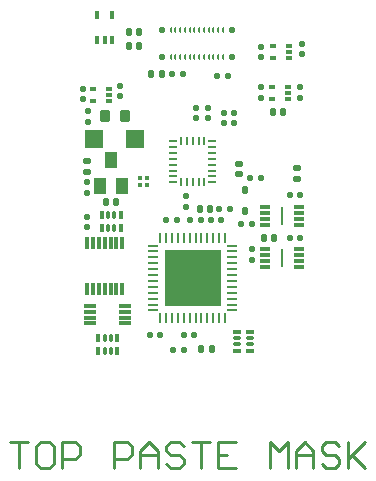
<source format=gbr>
%TF.GenerationSoftware,Altium Limited,Altium Designer,20.1.11 (218)*%
G04 Layer_Color=8421504*
%FSLAX26Y26*%
%MOIN*%
%TF.SameCoordinates,F1652399-7491-40A6-9504-01A14B245E9D*%
%TF.FilePolarity,Positive*%
%TF.FileFunction,Paste,Top*%
%TF.Part,Single*%
G01*
G75*
%TA.AperFunction,SMDPad,CuDef*%
%ADD10R,0.035039X0.011811*%
%ADD11R,0.007874X0.062992*%
%ADD12R,0.039370X0.055118*%
G04:AMPARAMS|DCode=13|XSize=27.559mil|YSize=20.079mil|CornerRadius=5.02mil|HoleSize=0mil|Usage=FLASHONLY|Rotation=90.000|XOffset=0mil|YOffset=0mil|HoleType=Round|Shape=RoundedRectangle|*
%AMROUNDEDRECTD13*
21,1,0.027559,0.010040,0,0,90.0*
21,1,0.017520,0.020079,0,0,90.0*
1,1,0.010039,0.005020,0.008760*
1,1,0.010039,0.005020,-0.008760*
1,1,0.010039,-0.005020,-0.008760*
1,1,0.010039,-0.005020,0.008760*
%
%ADD13ROUNDEDRECTD13*%
G04:AMPARAMS|DCode=14|XSize=22.047mil|YSize=20.079mil|CornerRadius=5.02mil|HoleSize=0mil|Usage=FLASHONLY|Rotation=180.000|XOffset=0mil|YOffset=0mil|HoleType=Round|Shape=RoundedRectangle|*
%AMROUNDEDRECTD14*
21,1,0.022047,0.010040,0,0,180.0*
21,1,0.012008,0.020079,0,0,180.0*
1,1,0.010039,-0.006004,0.005020*
1,1,0.010039,0.006004,0.005020*
1,1,0.010039,0.006004,-0.005020*
1,1,0.010039,-0.006004,-0.005020*
%
%ADD14ROUNDEDRECTD14*%
G04:AMPARAMS|DCode=15|XSize=25.591mil|YSize=15.748mil|CornerRadius=3.937mil|HoleSize=0mil|Usage=FLASHONLY|Rotation=180.000|XOffset=0mil|YOffset=0mil|HoleType=Round|Shape=RoundedRectangle|*
%AMROUNDEDRECTD15*
21,1,0.025591,0.007874,0,0,180.0*
21,1,0.017717,0.015748,0,0,180.0*
1,1,0.007874,-0.008858,0.003937*
1,1,0.007874,0.008858,0.003937*
1,1,0.007874,0.008858,-0.003937*
1,1,0.007874,-0.008858,-0.003937*
%
%ADD15ROUNDEDRECTD15*%
G04:AMPARAMS|DCode=16|XSize=25.591mil|YSize=11.811mil|CornerRadius=2.953mil|HoleSize=0mil|Usage=FLASHONLY|Rotation=180.000|XOffset=0mil|YOffset=0mil|HoleType=Round|Shape=RoundedRectangle|*
%AMROUNDEDRECTD16*
21,1,0.025591,0.005905,0,0,180.0*
21,1,0.019685,0.011811,0,0,180.0*
1,1,0.005906,-0.009842,0.002953*
1,1,0.005906,0.009842,0.002953*
1,1,0.005906,0.009842,-0.002953*
1,1,0.005906,-0.009842,-0.002953*
%
%ADD16ROUNDEDRECTD16*%
G04:AMPARAMS|DCode=17|XSize=25.591mil|YSize=19.685mil|CornerRadius=1.968mil|HoleSize=0mil|Usage=FLASHONLY|Rotation=90.000|XOffset=0mil|YOffset=0mil|HoleType=Round|Shape=RoundedRectangle|*
%AMROUNDEDRECTD17*
21,1,0.025591,0.015748,0,0,90.0*
21,1,0.021654,0.019685,0,0,90.0*
1,1,0.003937,0.007874,0.010827*
1,1,0.003937,0.007874,-0.010827*
1,1,0.003937,-0.007874,-0.010827*
1,1,0.003937,-0.007874,0.010827*
%
%ADD17ROUNDEDRECTD17*%
%ADD18R,0.021654X0.015748*%
G04:AMPARAMS|DCode=19|XSize=27.559mil|YSize=20.079mil|CornerRadius=5.02mil|HoleSize=0mil|Usage=FLASHONLY|Rotation=180.000|XOffset=0mil|YOffset=0mil|HoleType=Round|Shape=RoundedRectangle|*
%AMROUNDEDRECTD19*
21,1,0.027559,0.010040,0,0,180.0*
21,1,0.017520,0.020079,0,0,180.0*
1,1,0.010039,-0.008760,0.005020*
1,1,0.010039,0.008760,0.005020*
1,1,0.010039,0.008760,-0.005020*
1,1,0.010039,-0.008760,-0.005020*
%
%ADD19ROUNDEDRECTD19*%
G04:AMPARAMS|DCode=20|XSize=15.748mil|YSize=25.591mil|CornerRadius=1.968mil|HoleSize=0mil|Usage=FLASHONLY|Rotation=180.000|XOffset=0mil|YOffset=0mil|HoleType=Round|Shape=RoundedRectangle|*
%AMROUNDEDRECTD20*
21,1,0.015748,0.021654,0,0,180.0*
21,1,0.011811,0.025591,0,0,180.0*
1,1,0.003937,-0.005906,0.010827*
1,1,0.003937,0.005906,0.010827*
1,1,0.003937,0.005906,-0.010827*
1,1,0.003937,-0.005906,-0.010827*
%
%ADD20ROUNDEDRECTD20*%
G04:AMPARAMS|DCode=21|XSize=22.047mil|YSize=20.079mil|CornerRadius=5.02mil|HoleSize=0mil|Usage=FLASHONLY|Rotation=90.000|XOffset=0mil|YOffset=0mil|HoleType=Round|Shape=RoundedRectangle|*
%AMROUNDEDRECTD21*
21,1,0.022047,0.010040,0,0,90.0*
21,1,0.012008,0.020079,0,0,90.0*
1,1,0.010039,0.005020,0.006004*
1,1,0.010039,0.005020,-0.006004*
1,1,0.010039,-0.005020,-0.006004*
1,1,0.010039,-0.005020,0.006004*
%
%ADD21ROUNDEDRECTD21*%
%ADD22R,0.039370X0.013000*%
%ADD23R,0.013000X0.039370*%
%ADD24R,0.059055X0.059055*%
%ADD25R,0.185039X0.185039*%
%ADD26O,0.037402X0.009842*%
%ADD27O,0.009842X0.037402*%
G04:AMPARAMS|DCode=28|XSize=9.842mil|YSize=25.591mil|CornerRadius=1.23mil|HoleSize=0mil|Usage=FLASHONLY|Rotation=0.000|XOffset=0mil|YOffset=0mil|HoleType=Round|Shape=RoundedRectangle|*
%AMROUNDEDRECTD28*
21,1,0.009842,0.023130,0,0,0.0*
21,1,0.007382,0.025591,0,0,0.0*
1,1,0.002461,0.003691,-0.011565*
1,1,0.002461,-0.003691,-0.011565*
1,1,0.002461,-0.003691,0.011565*
1,1,0.002461,0.003691,0.011565*
%
%ADD28ROUNDEDRECTD28*%
G04:AMPARAMS|DCode=29|XSize=9.842mil|YSize=25.591mil|CornerRadius=1.23mil|HoleSize=0mil|Usage=FLASHONLY|Rotation=90.000|XOffset=0mil|YOffset=0mil|HoleType=Round|Shape=RoundedRectangle|*
%AMROUNDEDRECTD29*
21,1,0.009842,0.023130,0,0,90.0*
21,1,0.007382,0.025591,0,0,90.0*
1,1,0.002461,0.011565,0.003691*
1,1,0.002461,0.011565,-0.003691*
1,1,0.002461,-0.011565,-0.003691*
1,1,0.002461,-0.011565,0.003691*
%
%ADD29ROUNDEDRECTD29*%
G04:AMPARAMS|DCode=30|XSize=9.449mil|YSize=17.716mil|CornerRadius=2.362mil|HoleSize=0mil|Usage=FLASHONLY|Rotation=180.000|XOffset=0mil|YOffset=0mil|HoleType=Round|Shape=RoundedRectangle|*
%AMROUNDEDRECTD30*
21,1,0.009449,0.012992,0,0,180.0*
21,1,0.004724,0.017716,0,0,180.0*
1,1,0.004724,-0.002362,0.006496*
1,1,0.004724,0.002362,0.006496*
1,1,0.004724,0.002362,-0.006496*
1,1,0.004724,-0.002362,-0.006496*
%
%ADD30ROUNDEDRECTD30*%
G04:AMPARAMS|DCode=31|XSize=19.685mil|YSize=18.504mil|CornerRadius=4.626mil|HoleSize=0mil|Usage=FLASHONLY|Rotation=180.000|XOffset=0mil|YOffset=0mil|HoleType=Round|Shape=RoundedRectangle|*
%AMROUNDEDRECTD31*
21,1,0.019685,0.009252,0,0,180.0*
21,1,0.010433,0.018504,0,0,180.0*
1,1,0.009252,-0.005216,0.004626*
1,1,0.009252,0.005216,0.004626*
1,1,0.009252,0.005216,-0.004626*
1,1,0.009252,-0.005216,-0.004626*
%
%ADD31ROUNDEDRECTD31*%
G04:AMPARAMS|DCode=32|XSize=39.37mil|YSize=35.433mil|CornerRadius=4.429mil|HoleSize=0mil|Usage=FLASHONLY|Rotation=90.000|XOffset=0mil|YOffset=0mil|HoleType=Round|Shape=RoundedRectangle|*
%AMROUNDEDRECTD32*
21,1,0.039370,0.026575,0,0,90.0*
21,1,0.030512,0.035433,0,0,90.0*
1,1,0.008858,0.013287,0.015256*
1,1,0.008858,0.013287,-0.015256*
1,1,0.008858,-0.013287,-0.015256*
1,1,0.008858,-0.013287,0.015256*
%
%ADD32ROUNDEDRECTD32*%
G04:AMPARAMS|DCode=33|XSize=25.591mil|YSize=15.748mil|CornerRadius=3.937mil|HoleSize=0mil|Usage=FLASHONLY|Rotation=90.000|XOffset=0mil|YOffset=0mil|HoleType=Round|Shape=RoundedRectangle|*
%AMROUNDEDRECTD33*
21,1,0.025591,0.007874,0,0,90.0*
21,1,0.017717,0.015748,0,0,90.0*
1,1,0.007874,0.003937,0.008858*
1,1,0.007874,0.003937,-0.008858*
1,1,0.007874,-0.003937,-0.008858*
1,1,0.007874,-0.003937,0.008858*
%
%ADD33ROUNDEDRECTD33*%
G04:AMPARAMS|DCode=34|XSize=25.591mil|YSize=11.811mil|CornerRadius=2.953mil|HoleSize=0mil|Usage=FLASHONLY|Rotation=90.000|XOffset=0mil|YOffset=0mil|HoleType=Round|Shape=RoundedRectangle|*
%AMROUNDEDRECTD34*
21,1,0.025591,0.005905,0,0,90.0*
21,1,0.019685,0.011811,0,0,90.0*
1,1,0.005906,0.002953,0.009842*
1,1,0.005906,0.002953,-0.009842*
1,1,0.005906,-0.002953,-0.009842*
1,1,0.005906,-0.002953,0.009842*
%
%ADD34ROUNDEDRECTD34*%
%ADD35R,0.015748X0.015748*%
%TA.AperFunction,NonConductor*%
%ADD66C,0.009842*%
D10*
X661694Y372800D02*
D03*
Y353116D02*
D03*
Y333430D02*
D03*
Y313746D02*
D03*
X773504D02*
D03*
Y333430D02*
D03*
Y353116D02*
D03*
Y372800D02*
D03*
X661694Y512405D02*
D03*
Y492721D02*
D03*
Y473035D02*
D03*
Y453351D02*
D03*
X773504D02*
D03*
Y473035D02*
D03*
Y492721D02*
D03*
Y512405D02*
D03*
D11*
X717600Y343274D02*
D03*
Y482879D02*
D03*
D12*
X109598Y583693D02*
D03*
X147000Y670307D02*
D03*
X184402Y583693D02*
D03*
D13*
X205713Y1094058D02*
D03*
X241146D02*
D03*
Y1049068D02*
D03*
X205713D02*
D03*
X280703Y954058D02*
D03*
X316136D02*
D03*
X721146Y829058D02*
D03*
X685713D02*
D03*
X482286Y38468D02*
D03*
X446853D02*
D03*
X478346Y505908D02*
D03*
X442913D02*
D03*
X656573Y410198D02*
D03*
X692006D02*
D03*
X165547Y528023D02*
D03*
X130114D02*
D03*
D14*
X783424Y1021341D02*
D03*
Y1056774D02*
D03*
X648424Y1046770D02*
D03*
Y1011337D02*
D03*
X66924Y594490D02*
D03*
Y559057D02*
D03*
X618434Y336346D02*
D03*
Y371779D02*
D03*
X68894Y795277D02*
D03*
Y830710D02*
D03*
X53424Y871337D02*
D03*
Y906769D02*
D03*
X431000Y843716D02*
D03*
Y808284D02*
D03*
X523424Y826779D02*
D03*
Y791346D02*
D03*
X558424D02*
D03*
Y826779D02*
D03*
X397414Y547769D02*
D03*
Y512337D02*
D03*
X469000Y808284D02*
D03*
Y843716D02*
D03*
X775584Y875986D02*
D03*
Y911419D02*
D03*
X178424Y881346D02*
D03*
Y916779D02*
D03*
X647634Y875986D02*
D03*
Y911419D02*
D03*
X66924Y444887D02*
D03*
Y480320D02*
D03*
D15*
X610233Y33467D02*
D03*
Y96459D02*
D03*
X566926Y33467D02*
D03*
Y96459D02*
D03*
D16*
X610233Y74805D02*
D03*
Y55120D02*
D03*
X566926D02*
D03*
Y74805D02*
D03*
D17*
X593424Y498612D02*
D03*
Y569478D02*
D03*
D18*
X740004Y1009378D02*
D03*
Y1029064D02*
D03*
Y1048748D02*
D03*
X686854D02*
D03*
Y1009378D02*
D03*
X737204Y872048D02*
D03*
Y891734D02*
D03*
Y911418D02*
D03*
X684054D02*
D03*
Y872048D02*
D03*
X141024Y867048D02*
D03*
Y886734D02*
D03*
Y906418D02*
D03*
X87874D02*
D03*
Y867048D02*
D03*
D19*
X768424Y606346D02*
D03*
Y641779D02*
D03*
X66924Y665360D02*
D03*
Y629927D02*
D03*
X573000Y621284D02*
D03*
Y656716D02*
D03*
D20*
X100394Y1150597D02*
D03*
X151575D02*
D03*
Y1069889D02*
D03*
X125984D02*
D03*
X100394D02*
D03*
D21*
X350713Y954058D02*
D03*
X386146D02*
D03*
X500703Y949058D02*
D03*
X536136D02*
D03*
X646146Y609068D02*
D03*
X610713D02*
D03*
X743188Y410198D02*
D03*
X778621D02*
D03*
X366886Y469478D02*
D03*
X331453D02*
D03*
X311026Y84648D02*
D03*
X275593D02*
D03*
X479408Y470478D02*
D03*
X514841D02*
D03*
X507873Y505908D02*
D03*
X543306D02*
D03*
X743188Y553748D02*
D03*
X778621D02*
D03*
X446851Y470478D02*
D03*
X411418D02*
D03*
X389768Y84648D02*
D03*
X425201D02*
D03*
X390541Y35438D02*
D03*
X355108D02*
D03*
X580703Y454058D02*
D03*
X616136D02*
D03*
D22*
X76383Y124020D02*
D03*
Y143706D02*
D03*
Y163390D02*
D03*
Y183076D02*
D03*
X195265D02*
D03*
Y163390D02*
D03*
Y143706D02*
D03*
Y124020D02*
D03*
D23*
X66930Y237804D02*
D03*
X86616D02*
D03*
X106300D02*
D03*
X125986D02*
D03*
X145670D02*
D03*
Y392120D02*
D03*
X125986D02*
D03*
X106300D02*
D03*
X86616D02*
D03*
X66930D02*
D03*
X165356Y237804D02*
D03*
X185040D02*
D03*
X165356Y392120D02*
D03*
X185040D02*
D03*
D24*
X228348Y738190D02*
D03*
X90552D02*
D03*
D25*
X419292Y275592D02*
D03*
D26*
X286418Y167324D02*
D03*
Y187008D02*
D03*
Y206694D02*
D03*
Y226378D02*
D03*
Y246064D02*
D03*
Y265748D02*
D03*
Y285434D02*
D03*
Y305120D02*
D03*
Y324804D02*
D03*
Y344490D02*
D03*
Y364174D02*
D03*
Y383860D02*
D03*
X552166D02*
D03*
Y364174D02*
D03*
Y344490D02*
D03*
Y324804D02*
D03*
Y305120D02*
D03*
Y285434D02*
D03*
Y265748D02*
D03*
Y246064D02*
D03*
Y226378D02*
D03*
Y206694D02*
D03*
Y187008D02*
D03*
Y167324D02*
D03*
D27*
X311024Y408466D02*
D03*
X330710D02*
D03*
X350394D02*
D03*
X370080D02*
D03*
X389764D02*
D03*
X409450D02*
D03*
X429134D02*
D03*
X448820D02*
D03*
X468504D02*
D03*
X488190D02*
D03*
X507874D02*
D03*
X527560D02*
D03*
Y142718D02*
D03*
X507874D02*
D03*
X488190D02*
D03*
X468504D02*
D03*
X448820D02*
D03*
X429134D02*
D03*
X409450D02*
D03*
X389764D02*
D03*
X370080D02*
D03*
X350394D02*
D03*
X330710D02*
D03*
X311024D02*
D03*
D28*
X458663Y732284D02*
D03*
X438977D02*
D03*
X419293D02*
D03*
X399607D02*
D03*
X379923D02*
D03*
Y594490D02*
D03*
X399607D02*
D03*
X419293D02*
D03*
X438977D02*
D03*
X458663D02*
D03*
D29*
X354331Y633860D02*
D03*
Y653544D02*
D03*
Y673230D02*
D03*
Y692914D02*
D03*
Y712600D02*
D03*
Y732284D02*
D03*
Y614174D02*
D03*
Y594490D02*
D03*
X484253Y732284D02*
D03*
Y712600D02*
D03*
Y594490D02*
D03*
Y614174D02*
D03*
Y633860D02*
D03*
Y653544D02*
D03*
Y673230D02*
D03*
Y692914D02*
D03*
D30*
X425197Y1103347D02*
D03*
X440945D02*
D03*
X456693D02*
D03*
X472442D02*
D03*
X488190D02*
D03*
X503938D02*
D03*
X519686D02*
D03*
X409450D02*
D03*
X393702D02*
D03*
X377954D02*
D03*
X362205D02*
D03*
X346457D02*
D03*
X425197Y1010827D02*
D03*
X440945D02*
D03*
X456693D02*
D03*
X472442D02*
D03*
X488190D02*
D03*
X503938D02*
D03*
X519686D02*
D03*
X409450D02*
D03*
X393702D02*
D03*
X377954D02*
D03*
X362205D02*
D03*
X346457D02*
D03*
D31*
X316930Y1012009D02*
D03*
Y1102167D02*
D03*
X549213D02*
D03*
Y1012009D02*
D03*
D32*
X192914Y816930D02*
D03*
X125986D02*
D03*
D33*
X116143Y440950D02*
D03*
X179136D02*
D03*
X116143Y484257D02*
D03*
X179136D02*
D03*
X167326Y74806D02*
D03*
X104333D02*
D03*
X167326Y31500D02*
D03*
X104333D02*
D03*
D34*
X157482Y440950D02*
D03*
X137797D02*
D03*
Y484257D02*
D03*
X157482D02*
D03*
X125987Y74806D02*
D03*
X145672D02*
D03*
Y31500D02*
D03*
X125987D02*
D03*
D35*
X267715Y609047D02*
D03*
Y585425D02*
D03*
X244093D02*
D03*
Y609047D02*
D03*
D66*
X-188000Y-271414D02*
X-130276D01*
X-159138D01*
Y-358000D01*
X-58121Y-271414D02*
X-86983D01*
X-101414Y-285845D01*
Y-343569D01*
X-86983Y-358000D01*
X-58121D01*
X-43690Y-343569D01*
Y-285845D01*
X-58121Y-271414D01*
X-14828Y-358000D02*
Y-271414D01*
X28465D01*
X42897Y-285845D01*
Y-314707D01*
X28465Y-329138D01*
X-14828D01*
X158345Y-358000D02*
Y-271414D01*
X201638D01*
X216069Y-285845D01*
Y-314707D01*
X201638Y-329138D01*
X158345D01*
X244931Y-358000D02*
Y-300276D01*
X273793Y-271414D01*
X302655Y-300276D01*
Y-358000D01*
Y-314707D01*
X244931D01*
X389241Y-285845D02*
X374810Y-271414D01*
X345948D01*
X331517Y-285845D01*
Y-300276D01*
X345948Y-314707D01*
X374810D01*
X389241Y-329138D01*
Y-343569D01*
X374810Y-358000D01*
X345948D01*
X331517Y-343569D01*
X418103Y-271414D02*
X475827D01*
X446966D01*
Y-358000D01*
X562414Y-271414D02*
X504690D01*
Y-358000D01*
X562414D01*
X504690Y-314707D02*
X533552D01*
X677862Y-358000D02*
Y-271414D01*
X706724Y-300276D01*
X735586Y-271414D01*
Y-358000D01*
X764448D02*
Y-300276D01*
X793310Y-271414D01*
X822172Y-300276D01*
Y-358000D01*
Y-314707D01*
X764448D01*
X908759Y-285845D02*
X894327Y-271414D01*
X865465D01*
X851034Y-285845D01*
Y-300276D01*
X865465Y-314707D01*
X894327D01*
X908759Y-329138D01*
Y-343569D01*
X894327Y-358000D01*
X865465D01*
X851034Y-343569D01*
X937621Y-271414D02*
Y-358000D01*
Y-329138D01*
X995345Y-271414D01*
X952052Y-314707D01*
X995345Y-358000D01*
%TF.MD5,fcedef6f1e3553e555d157ef9f746758*%
M02*

</source>
